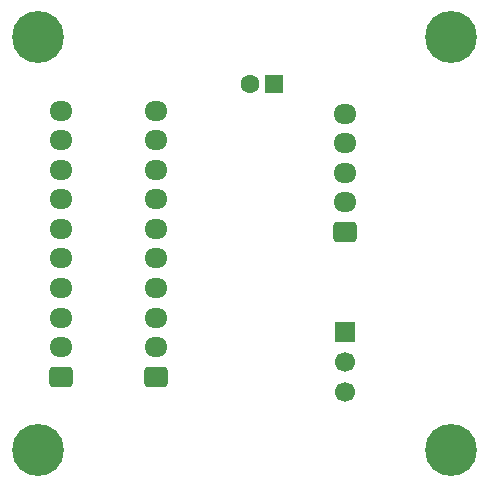
<source format=gbr>
%TF.GenerationSoftware,KiCad,Pcbnew,9.0.2*%
%TF.CreationDate,2025-10-06T17:20:07-07:00*%
%TF.ProjectId,driver2,64726976-6572-4322-9e6b-696361645f70,rev?*%
%TF.SameCoordinates,Original*%
%TF.FileFunction,Soldermask,Bot*%
%TF.FilePolarity,Negative*%
%FSLAX46Y46*%
G04 Gerber Fmt 4.6, Leading zero omitted, Abs format (unit mm)*
G04 Created by KiCad (PCBNEW 9.0.2) date 2025-10-06 17:20:07*
%MOMM*%
%LPD*%
G01*
G04 APERTURE LIST*
G04 Aperture macros list*
%AMRoundRect*
0 Rectangle with rounded corners*
0 $1 Rounding radius*
0 $2 $3 $4 $5 $6 $7 $8 $9 X,Y pos of 4 corners*
0 Add a 4 corners polygon primitive as box body*
4,1,4,$2,$3,$4,$5,$6,$7,$8,$9,$2,$3,0*
0 Add four circle primitives for the rounded corners*
1,1,$1+$1,$2,$3*
1,1,$1+$1,$4,$5*
1,1,$1+$1,$6,$7*
1,1,$1+$1,$8,$9*
0 Add four rect primitives between the rounded corners*
20,1,$1+$1,$2,$3,$4,$5,0*
20,1,$1+$1,$4,$5,$6,$7,0*
20,1,$1+$1,$6,$7,$8,$9,0*
20,1,$1+$1,$8,$9,$2,$3,0*%
G04 Aperture macros list end*
%ADD10RoundRect,0.250000X0.725000X-0.600000X0.725000X0.600000X-0.725000X0.600000X-0.725000X-0.600000X0*%
%ADD11O,1.950000X1.700000*%
%ADD12R,1.700000X1.700000*%
%ADD13C,1.700000*%
%ADD14C,2.600000*%
%ADD15C,4.400000*%
%ADD16RoundRect,0.250000X0.550000X0.550000X-0.550000X0.550000X-0.550000X-0.550000X0.550000X-0.550000X0*%
%ADD17C,1.600000*%
G04 APERTURE END LIST*
D10*
%TO.C,Ser2*%
X32500000Y-51250000D03*
D11*
X32500000Y-48750000D03*
X32500000Y-46250000D03*
X32500000Y-43750000D03*
X32500000Y-41250000D03*
X32500000Y-38750000D03*
X32500000Y-36250000D03*
X32500000Y-33750000D03*
X32500000Y-31250000D03*
X32500000Y-28750000D03*
%TD*%
%TO.C,Ser1*%
X24500000Y-28750000D03*
X24500000Y-31250000D03*
X24500000Y-33750000D03*
X24500000Y-36250000D03*
X24500000Y-38750000D03*
X24500000Y-41250000D03*
X24500000Y-43750000D03*
X24500000Y-46250000D03*
X24500000Y-48750000D03*
D10*
X24500000Y-51250000D03*
%TD*%
D12*
%TO.C,Hall1*%
X48500000Y-47500000D03*
D13*
X48500000Y-50040000D03*
X48500000Y-52580000D03*
%TD*%
D14*
%TO.C,H4*%
X57500000Y-57500000D03*
D15*
X57500000Y-57500000D03*
%TD*%
D16*
%TO.C,C3*%
X42500000Y-26500000D03*
D17*
X40500000Y-26500000D03*
%TD*%
D14*
%TO.C,H2*%
X57500000Y-22500000D03*
D15*
X57500000Y-22500000D03*
%TD*%
D14*
%TO.C,H3*%
X22500000Y-57500000D03*
D15*
X22500000Y-57500000D03*
%TD*%
D14*
%TO.C,H1*%
X22500000Y-22500000D03*
D15*
X22500000Y-22500000D03*
%TD*%
D10*
%TO.C,Motor1*%
X48500000Y-39000000D03*
D11*
X48500000Y-36500000D03*
X48500000Y-34000000D03*
X48500000Y-31500000D03*
X48500000Y-29000000D03*
%TD*%
M02*

</source>
